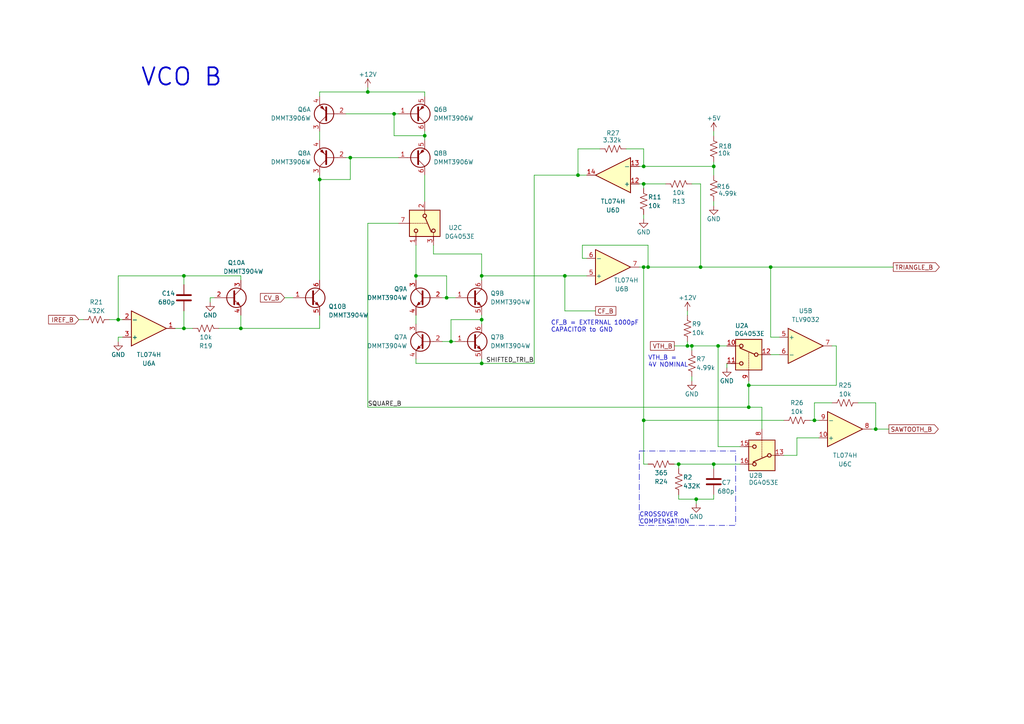
<source format=kicad_sch>
(kicad_sch (version 20231120) (generator "eeschema") (generator_version "8.0")
  (paper "A4")
  (title_block (title "3374 VCO") (date "2024-12-12") (rev "1") (company "Alan Boguslawski"))
  (lib_symbols
    (symbol "Amplifier_Operational:TL074" (pin_names (offset 0.127))
      (property "Reference" "U" (at 0 5.08 0))
      (property "Value" "TL074" (at 0 -5.08 0))
      (symbol "TL074_1_1"
        (polyline (pts (xy -5.08 5.08) (xy 5.08 0) (xy -5.08 -5.08) (xy -5.08 5.08)) (stroke (width 0.254)) (fill (type background)))
        (pin output line (at 7.62 0 180) (length 2.54) (name "~") (number "1"))
        (pin input line (at -7.62 -2.54 0) (length 2.54) (name "-") (number "2"))
        (pin input line (at -7.62 2.54 0) (length 2.54) (name "+") (number "3"))
      )
      (symbol "TL074_2_1"
        (polyline (pts (xy -5.08 5.08) (xy 5.08 0) (xy -5.08 -5.08) (xy -5.08 5.08)) (stroke (width 0.254)) (fill (type background)))
        (pin input line (at -7.62 2.54 0) (length 2.54) (name "+") (number "5"))
        (pin input line (at -7.62 -2.54 0) (length 2.54) (name "-") (number "6"))
        (pin output line (at 7.62 0 180) (length 2.54) (name "~") (number "7"))
      )
      (symbol "TL074_3_1"
        (polyline (pts (xy -5.08 5.08) (xy 5.08 0) (xy -5.08 -5.08) (xy -5.08 5.08)) (stroke (width 0.254)) (fill (type background)))
        (pin input line (at -7.62 2.54 0) (length 2.54) (name "+") (number "10"))
        (pin output line (at 7.62 0 180) (length 2.54) (name "~") (number "8"))
        (pin input line (at -7.62 -2.54 0) (length 2.54) (name "-") (number "9"))
      )
      (symbol "TL074_4_1"
        (polyline (pts (xy -5.08 5.08) (xy 5.08 0) (xy -5.08 -5.08) (xy -5.08 5.08)) (stroke (width 0.254)) (fill (type background)))
        (pin input line (at -7.62 2.54 0) (length 2.54) (name "+") (number "12"))
        (pin input line (at -7.62 -2.54 0) (length 2.54) (name "-") (number "13"))
        (pin output line (at 7.62 0 180) (length 2.54) (name "~") (number "14"))
      )
      (symbol "TL074_5_1"
        (pin power_in line (at -2.54 -7.62 90) (length 3.81) (name "V-") (number "11"))
        (pin power_in line (at -2.54 7.62 270) (length 3.81) (name "V+") (number "4"))
      )
    )
    (symbol "Amplifier_Operational:TLV9062xDSG" (pin_names (offset 0.127))
      (property "Reference" "U" (at 2.54 6.35 0))
      (property "Value" "TLV9062xDSG" (at 2.54 3.81 0))
      (symbol "TLV9062xDSG_1_1"
        (polyline (pts (xy -5.08 5.08) (xy 5.08 0) (xy -5.08 -5.08) (xy -5.08 5.08)) (stroke (width 0.254)) (fill (type background)))
        (pin output line (at 7.62 0 180) (length 2.54) (name "~") (number "1"))
        (pin input line (at -7.62 -2.54 0) (length 2.54) (name "-") (number "2"))
        (pin input line (at -7.62 2.54 0) (length 2.54) (name "+") (number "3"))
      )
      (symbol "TLV9062xDSG_2_1"
        (polyline (pts (xy -5.08 5.08) (xy 5.08 0) (xy -5.08 -5.08) (xy -5.08 5.08)) (stroke (width 0.254)) (fill (type background)))
        (pin input line (at -7.62 2.54 0) (length 2.54) (name "+") (number "5"))
        (pin input line (at -7.62 -2.54 0) (length 2.54) (name "-") (number "6"))
        (pin output line (at 7.62 0 180) (length 2.54) (name "~") (number "7"))
      )
      (symbol "TLV9062xDSG_3_1"
        (pin power_in line (at -2.54 -7.62 90) (length 3.81) (name "V-") (number "4"))
        (pin power_in line (at -2.54 7.62 270) (length 3.81) (name "V+") (number "8"))
        (pin power_in line (at 0 -7.62 90) (length 5.08) (name "PAD") (number "9"))
      )
    )
    (symbol "DG4053E:DG4053E"
      (property "Reference" "U1" (at 12.7 3.81 0))
      (property "Value" "DG4053E" (at 13.97 1.27 0))
      (symbol "DG4053E_1_0"
        (pin bidirectional line (at 6.35 2.54 180) (length 2.54) (name "") (number "10"))
        (pin bidirectional line (at 6.35 -2.54 180) (length 2.54) (name "") (number "11"))
        (pin bidirectional line (at -6.35 0 0) (length 2.54) (name "") (number "12"))
        (pin input line (at 0 -7.62 90) (length 2.54) (name "") (number "9"))
      )
      (symbol "DG4053E_1_1"
        (rectangle (start -3.81 4.445) (end 3.81 -4.445) (stroke (width 0.254)) (fill (type background)))
        (circle (center -2.159 0) (radius 0.508) (stroke (width 0.254)))
        (polyline (pts (xy -5.08 0) (xy -2.794 0)))
        (polyline (pts (xy -1.651 0.127) (xy 2.54 1.905)) (stroke (width 0.254)))
        (polyline (pts (xy 0 -5.08) (xy 0 -4.572)))
        (polyline (pts (xy 0 -4.318) (xy 0 -4.064)))
        (polyline (pts (xy 0 -3.81) (xy 0 -3.556)))
        (polyline (pts (xy 0 -3.302) (xy 0 -3.048)))
        (polyline (pts (xy 0 -2.794) (xy 0 -2.54)))
        (polyline (pts (xy 0 -2.286) (xy 0 -2.032)))
        (polyline (pts (xy 0 -1.778) (xy 0 -1.524)))
        (polyline (pts (xy 0 -1.27) (xy 0 -1.016)))
        (polyline (pts (xy 0 -0.762) (xy 0 -0.508)))
        (polyline (pts (xy 0 -0.254) (xy 0 0)))
        (polyline (pts (xy 0 0.254) (xy 0 0.508)))
        (polyline (pts (xy 0 0.254) (xy 0 0.508)))
        (polyline (pts (xy 5.08 -2.54) (xy 2.794 -2.54)))
        (polyline (pts (xy 5.08 2.54) (xy 2.794 2.54)))
        (circle (center 2.159 -2.54) (radius 0.508) (stroke (width 0.254)))
        (circle (center 2.159 2.54) (radius 0.508) (stroke (width 0.254)))
      )
      (symbol "DG4053E_2_0"
        (pin bidirectional line (at -6.35 0 0) (length 2.54) (name "") (number "13"))
        (pin bidirectional line (at 6.35 -2.54 180) (length 2.54) (name "") (number "15"))
        (pin bidirectional line (at 6.35 2.54 180) (length 2.54) (name "") (number "16"))
        (pin input line (at 0 -7.62 90) (length 2.54) (name "") (number "8"))
      )
      (symbol "DG4053E_2_1"
        (rectangle (start -3.81 4.445) (end 3.81 -4.445) (stroke (width 0.254)) (fill (type background)))
        (circle (center -2.159 0) (radius 0.508) (stroke (width 0.254)))
        (polyline (pts (xy -5.08 0) (xy -2.794 0)))
        (polyline (pts (xy -1.651 0.127) (xy 2.54 1.905)) (stroke (width 0.254)))
        (polyline (pts (xy 0 -5.08) (xy 0 -4.572)))
        (polyline (pts (xy 0 -4.318) (xy 0 -4.064)))
        (polyline (pts (xy 0 -3.81) (xy 0 -3.556)))
        (polyline (pts (xy 0 -3.302) (xy 0 -3.048)))
        (polyline (pts (xy 0 -2.794) (xy 0 -2.54)))
        (polyline (pts (xy 0 -2.286) (xy 0 -2.032)))
        (polyline (pts (xy 0 -1.778) (xy 0 -1.524)))
        (polyline (pts (xy 0 -1.27) (xy 0 -1.016)))
        (polyline (pts (xy 0 -0.762) (xy 0 -0.508)))
        (polyline (pts (xy 0 -0.254) (xy 0 0)))
        (polyline (pts (xy 0 0.254) (xy 0 0.508)))
        (polyline (pts (xy 0 0.254) (xy 0 0.508)))
        (polyline (pts (xy 5.08 -2.54) (xy 2.794 -2.54)))
        (polyline (pts (xy 5.08 2.54) (xy 2.794 2.54)))
        (circle (center 2.159 -2.54) (radius 0.508) (stroke (width 0.254)))
        (circle (center 2.159 2.54) (radius 0.508) (stroke (width 0.254)))
      )
      (symbol "DG4053E_3_0"
        (pin bidirectional line (at 6.35 -2.54 180) (length 2.54) (name "") (number "1"))
        (pin bidirectional line (at -6.35 0 0) (length 2.54) (name "") (number "2"))
        (pin bidirectional line (at 6.35 2.54 180) (length 2.54) (name "") (number "3"))
        (pin input line (at 0 -7.62 90) (length 2.54) (name "") (number "7"))
      )
      (symbol "DG4053E_3_1"
        (rectangle (start -3.81 4.445) (end 3.81 -4.445) (stroke (width 0.254)) (fill (type background)))
        (circle (center -2.159 0) (radius 0.508) (stroke (width 0.254)))
        (polyline (pts (xy -5.08 0) (xy -2.794 0)))
        (polyline (pts (xy -1.651 0.127) (xy 2.54 1.905)) (stroke (width 0.254)))
        (polyline (pts (xy 0 -5.08) (xy 0 -4.572)))
        (polyline (pts (xy 0 -4.318) (xy 0 -4.064)))
        (polyline (pts (xy 0 -3.81) (xy 0 -3.556)))
        (polyline (pts (xy 0 -3.302) (xy 0 -3.048)))
        (polyline (pts (xy 0 -2.794) (xy 0 -2.54)))
        (polyline (pts (xy 0 -2.286) (xy 0 -2.032)))
        (polyline (pts (xy 0 -1.778) (xy 0 -1.524)))
        (polyline (pts (xy 0 -1.27) (xy 0 -1.016)))
        (polyline (pts (xy 0 -0.762) (xy 0 -0.508)))
        (polyline (pts (xy 0 -0.254) (xy 0 0)))
        (polyline (pts (xy 0 0.254) (xy 0 0.508)))
        (polyline (pts (xy 0 0.254) (xy 0 0.508)))
        (polyline (pts (xy 5.08 -2.54) (xy 2.794 -2.54)))
        (polyline (pts (xy 5.08 2.54) (xy 2.794 2.54)))
        (circle (center 2.159 -2.54) (radius 0.508) (stroke (width 0.254)))
        (circle (center 2.159 2.54) (radius 0.508) (stroke (width 0.254)))
      )
      (symbol "DG4053E_4_0"
        (pin power_in line (at 0 7.62 270) (length 2.54) (name "V+") (number "14"))
        (pin input line (at -7.62 0 0) (length 2.54) (name "/EN") (number "4"))
        (pin power_in line (at -2.54 -7.62 90) (length 2.54) (name "V-") (number "5"))
        (pin power_in line (at 5.08 -7.62 90) (length 2.54) (name "GND") (number "6"))
      )
      (symbol "DG4053E_4_1"
        (rectangle (start -5.08 5.08) (end 7.62 -5.08) (stroke (width 0.254)) (fill (type background)))
      )
    )
    (symbol "DMMT3904W:DMMT3904W" (pin_names (offset 0) hide)
      (property "Reference" "Q1" (at -1.27 10.16 0))
      (property "Value" "DMMT3904W" (at -2.54 7.62 0))
      (symbol "DMMT3904W_0_1"
        (polyline (pts (xy 0.635 0) (xy -2.54 0)))
        (polyline (pts (xy 0.635 0.635) (xy 2.54 2.54)))
        (polyline (pts (xy 0.635 -0.635) (xy 2.54 -2.54) (xy 2.54 -2.54)))
        (polyline (pts (xy 0.635 1.905) (xy 0.635 -1.905) (xy 0.635 -1.905)) (stroke (width 0.508)))
        (polyline (pts (xy 1.27 -1.778) (xy 1.778 -1.27) (xy 2.286 -2.286) (xy 1.27 -1.778) (xy 1.27 -1.778)) (fill (type outline)))
        (circle (center 1.27 0) (radius 2.8194) (stroke (width 0.254)))
      )
      (symbol "DMMT3904W_1_1"
        (pin input line (at -5.08 0 0) (length 2.54) (name "B1") (number "2"))
        (pin passive line (at 2.54 5.08 270) (length 2.54) (name "C1") (number "3"))
        (pin passive line (at 2.54 -5.08 90) (length 2.54) (name "E1") (number "4"))
      )
      (symbol "DMMT3904W_2_1"
        (pin input line (at -5.08 0 0) (length 2.54) (name "B2") (number "1"))
        (pin passive line (at 2.54 -5.08 90) (length 2.54) (name "E2") (number "5"))
        (pin passive line (at 2.54 5.08 270) (length 2.54) (name "C2") (number "6"))
      )
    )
    (symbol "DMMT3904W:DMMT3906W" (pin_names (offset 0) hide)
      (property "Reference" "Q2" (at 5.08 -1.27 0))
      (property "Value" "DMMT3906W" (at 5.08 1.27 0))
      (symbol "DMMT3906W_0_1"
        (polyline (pts (xy 0.635 0) (xy -2.54 0)))
        (polyline (pts (xy 0.635 0.635) (xy 2.54 2.54)))
        (polyline (pts (xy 0.635 -0.635) (xy 2.54 -2.54) (xy 2.54 -2.54)))
        (polyline (pts (xy 0.635 1.905) (xy 0.635 -1.905) (xy 0.635 -1.905)) (stroke (width 0.508)))
        (polyline (pts (xy 2.286 -1.778) (xy 1.778 -2.286) (xy 1.27 -1.27) (xy 2.286 -1.778) (xy 2.286 -1.778)) (fill (type outline)))
        (circle (center 1.27 0) (radius 2.8194) (stroke (width 0.254)))
      )
      (symbol "DMMT3906W_1_1"
        (pin input line (at -5.08 0 0) (length 2.54) (name "B1") (number "2"))
        (pin passive line (at 2.54 5.08 270) (length 2.54) (name "C1") (number "3"))
        (pin passive line (at 2.54 -5.08 90) (length 2.54) (name "E1") (number "4"))
      )
      (symbol "DMMT3906W_2_1"
        (pin input line (at -5.08 0 0) (length 2.54) (name "B2") (number "1"))
        (pin passive line (at 2.54 -5.08 90) (length 2.54) (name "E2") (number "5"))
        (pin passive line (at 2.54 5.08 270) (length 2.54) (name "C2") (number "6"))
      )
    )
    (symbol "Device:C" (pin_numbers hide) (pin_names (offset 0.254))
      (property "Reference" "C" (at 0.635 2.54 0))
      (property "Value" "C" (at 0.635 -2.54 0))
      (symbol "C_0_1"
        (polyline (pts (xy -2.032 -0.762) (xy 2.032 -0.762)) (stroke (width 0.508)))
        (polyline (pts (xy -2.032 0.762) (xy 2.032 0.762)) (stroke (width 0.508)))
      )
      (symbol "C_1_1"
        (pin passive line (at 0 3.81 270) (length 2.794) (name "~") (number "1"))
        (pin passive line (at 0 -3.81 90) (length 2.794) (name "~") (number "2"))
      )
    )
    (symbol "Device:R_US" (pin_numbers hide) (pin_names (offset 0))
      (property "Reference" "R" (at 2.54 0 90))
      (property "Value" "R_US" (at -2.54 0 90))
      (symbol "R_US_0_1"
        (polyline (pts (xy 0 -2.286) (xy 0 -2.54)))
        (polyline (pts (xy 0 2.286) (xy 0 2.54)))
        (polyline (pts (xy 0 -0.762) (xy 1.016 -1.143) (xy 0 -1.524) (xy -1.016 -1.905) (xy 0 -2.286)))
        (polyline (pts (xy 0 0.762) (xy 1.016 0.381) (xy 0 0) (xy -1.016 -0.381) (xy 0 -0.762)))
        (polyline (pts (xy 0 2.286) (xy 1.016 1.905) (xy 0 1.524) (xy -1.016 1.143) (xy 0 0.762)))
      )
      (symbol "R_US_1_1"
        (pin passive line (at 0 3.81 270) (length 1.27) (name "~") (number "1"))
        (pin passive line (at 0 -3.81 90) (length 1.27) (name "~") (number "2"))
      )
    )
    (symbol "power:+12V" (power) (pin_names (offset 0))
      (property "Value" "+12V" (at 0 3.556 0))
      (symbol "+12V_0_1"
        (polyline (pts (xy -0.762 1.27) (xy 0 2.54)))
        (polyline (pts (xy 0 0) (xy 0 2.54)))
        (polyline (pts (xy 0 2.54) (xy 0.762 1.27)))
      )
      (symbol "+12V_1_1"
        (pin power_in line (at 0 0 90) (length 0) hide (name "+12V") (number "1"))
      )
    )
    (symbol "power:+5V" (power) (pin_names (offset 0))
      (property "Value" "+5V" (at 0 3.556 0))
      (symbol "+5V_0_1"
        (polyline (pts (xy -0.762 1.27) (xy 0 2.54)))
        (polyline (pts (xy 0 0) (xy 0 2.54)))
        (polyline (pts (xy 0 2.54) (xy 0.762 1.27)))
      )
      (symbol "+5V_1_1"
        (pin power_in line (at 0 0 90) (length 0) hide (name "+5V") (number "1"))
      )
    )
    (symbol "power:GND" (power) (pin_names (offset 0))
      (property "Value" "GND" (at 0 -3.81 0))
      (symbol "GND_0_1"
        (polyline (pts (xy 0 0) (xy 0 -1.27) (xy 1.27 -1.27) (xy 0 -2.54) (xy -1.27 -1.27) (xy 0 -1.27)))
      )
      (symbol "GND_1_1"
        (pin power_in line (at 0 0 270) (length 0) hide (name "GND") (number "1"))
      )
    )
  )
  (junction (at 123.19 39.37))
  (junction (at 92.71 52.07))
  (junction (at 200.66 100.33))
  (junction (at 120.65 80.01))
  (junction (at 129.54 86.36))
  (junction (at 139.7 92.71))
  (junction (at 186.69 48.26))
  (junction (at 223.52 77.47))
  (junction (at 186.69 53.34))
  (junction (at 53.34 80.01))
  (junction (at 139.7 80.01))
  (junction (at 114.3 33.02))
  (junction (at 106.68 26.67))
  (junction (at 163.83 80.01))
  (junction (at 207.01 48.26))
  (junction (at 101.6 45.72))
  (junction (at 217.17 118.11))
  (junction (at 207.01 134.62))
  (junction (at 201.93 144.78))
  (junction (at 167.64 50.8))
  (junction (at 208.28 100.33))
  (junction (at 199.39 100.33))
  (junction (at 139.7 105.41))
  (junction (at 236.22 121.92))
  (junction (at 187.96 77.47))
  (junction (at 186.69 121.92))
  (junction (at 186.69 77.47))
  (junction (at 130.81 99.06))
  (junction (at 53.34 95.25))
  (junction (at 254 124.46))
  (junction (at 69.85 95.25))
  (junction (at 203.2 77.47))
  (junction (at 34.29 92.71))
  (junction (at 196.85 134.62))
  (junction (at 217.17 111.76))
  (wire (pts (xy 31.75 92.71) (xy 34.29 92.71)))
  (wire (pts (xy 106.68 25.4) (xy 106.68 26.67)))
  (wire (pts (xy 60.96 86.36) (xy 60.96 87.63)))
  (wire (pts (xy 223.52 97.79) (xy 223.52 77.47)))
  (wire (pts (xy 139.7 73.66) (xy 139.7 80.01)))
  (wire (pts (xy 53.34 80.01) (xy 53.34 82.55)))
  (wire (pts (xy 92.71 26.67) (xy 106.68 26.67)))
  (wire (pts (xy 186.69 48.26) (xy 207.01 48.26)))
  (wire (pts (xy 129.54 86.36) (xy 132.08 86.36)))
  (wire (pts (xy 207.01 134.62) (xy 214.63 134.62)))
  (wire (pts (xy 208.28 129.54) (xy 214.63 129.54)))
  (wire (pts (xy 242.57 111.76) (xy 217.17 111.76)))
  (wire (pts (xy 210.82 105.41) (xy 210.82 106.68)))
  (wire (pts (xy 187.96 77.47) (xy 187.96 71.12)))
  (wire (pts (xy 199.39 99.06) (xy 199.39 100.33)))
  (wire (pts (xy 186.69 134.62) (xy 187.96 134.62)))
  (wire (pts (xy 195.58 134.62) (xy 196.85 134.62)))
  (wire (pts (xy 22.86 92.71) (xy 24.13 92.71)))
  (wire (pts (xy 196.85 134.62) (xy 207.01 134.62)))
  (wire (pts (xy 120.65 80.01) (xy 120.65 81.28)))
  (wire (pts (xy 203.2 53.34) (xy 203.2 77.47)))
  (wire (pts (xy 227.33 132.08) (xy 231.14 132.08)))
  (wire (pts (xy 69.85 81.28) (xy 69.85 80.01)))
  (wire (pts (xy 163.83 80.01) (xy 170.18 80.01)))
  (wire (pts (xy 92.71 50.8) (xy 92.71 52.07)))
  (wire (pts (xy 69.85 91.44) (xy 69.85 95.25)))
  (wire (pts (xy 101.6 45.72) (xy 101.6 52.07)))
  (wire (pts (xy 236.22 121.92) (xy 237.49 121.92)))
  (wire (pts (xy 217.17 111.76) (xy 217.17 118.11)))
  (wire (pts (xy 185.42 77.47) (xy 186.69 77.47)))
  (wire (pts (xy 186.69 48.26) (xy 186.69 43.18)))
  (wire (pts (xy 34.29 80.01) (xy 53.34 80.01)))
  (wire (pts (xy 208.28 100.33) (xy 208.28 129.54)))
  (wire (pts (xy 100.33 45.72) (xy 101.6 45.72)))
  (wire (pts (xy 201.93 144.78) (xy 207.01 144.78)))
  (wire (pts (xy 34.29 99.06) (xy 34.29 97.79)))
  (wire (pts (xy 53.34 90.17) (xy 53.34 95.25)))
  (wire (pts (xy 207.01 58.42) (xy 207.01 59.69)))
  (wire (pts (xy 125.73 73.66) (xy 139.7 73.66)))
  (wire (pts (xy 254 124.46) (xy 252.73 124.46)))
  (wire (pts (xy 53.34 95.25) (xy 55.88 95.25)))
  (wire (pts (xy 106.68 64.77) (xy 106.68 118.11)))
  (wire (pts (xy 82.55 86.36) (xy 85.09 86.36)))
  (wire (pts (xy 196.85 144.78) (xy 201.93 144.78)))
  (wire (pts (xy 203.2 77.47) (xy 223.52 77.47)))
  (wire (pts (xy 120.65 105.41) (xy 139.7 105.41)))
  (wire (pts (xy 106.68 26.67) (xy 123.19 26.67)))
  (wire (pts (xy 226.06 97.79) (xy 223.52 97.79)))
  (wire (pts (xy 168.91 74.93) (xy 170.18 74.93)))
  (wire (pts (xy 241.3 100.33) (xy 242.57 100.33)))
  (wire (pts (xy 125.73 71.12) (xy 125.73 73.66)))
  (wire (pts (xy 139.7 80.01) (xy 163.83 80.01)))
  (wire (pts (xy 34.29 97.79) (xy 35.56 97.79)))
  (wire (pts (xy 139.7 91.44) (xy 139.7 92.71)))
  (wire (pts (xy 163.83 90.17) (xy 172.72 90.17)))
  (wire (pts (xy 120.65 71.12) (xy 120.65 80.01)))
  (wire (pts (xy 234.95 121.92) (xy 236.22 121.92)))
  (wire (pts (xy 100.33 33.02) (xy 114.3 33.02)))
  (wire (pts (xy 50.8 95.25) (xy 53.34 95.25)))
  (wire (pts (xy 101.6 45.72) (xy 115.57 45.72)))
  (wire (pts (xy 123.19 38.1) (xy 123.19 39.37)))
  (wire (pts (xy 199.39 100.33) (xy 200.66 100.33)))
  (wire (pts (xy 123.19 26.67) (xy 123.19 27.94)))
  (wire (pts (xy 200.66 100.33) (xy 200.66 101.6)))
  (wire (pts (xy 207.01 144.78) (xy 207.01 143.51)))
  (wire (pts (xy 186.69 53.34) (xy 193.04 53.34)))
  (wire (pts (xy 186.69 77.47) (xy 187.96 77.47)))
  (wire (pts (xy 196.85 143.51) (xy 196.85 144.78)))
  (wire (pts (xy 201.93 144.78) (xy 201.93 146.05)))
  (wire (pts (xy 167.64 43.18) (xy 173.99 43.18)))
  (wire (pts (xy 207.01 134.62) (xy 207.01 135.89)))
  (wire (pts (xy 217.17 110.49) (xy 217.17 111.76)))
  (wire (pts (xy 154.94 50.8) (xy 154.94 105.41)))
  (wire (pts (xy 62.23 86.36) (xy 60.96 86.36)))
  (wire (pts (xy 207.01 48.26) (xy 207.01 50.8)))
  (wire (pts (xy 207.01 38.1) (xy 207.01 39.37)))
  (wire (pts (xy 195.58 100.33) (xy 199.39 100.33)))
  (wire (pts (xy 114.3 39.37) (xy 114.3 33.02)))
  (wire (pts (xy 200.66 53.34) (xy 203.2 53.34)))
  (wire (pts (xy 123.19 50.8) (xy 123.19 58.42)))
  (wire (pts (xy 248.92 116.84) (xy 254 116.84)))
  (wire (pts (xy 130.81 99.06) (xy 130.81 92.71)))
  (wire (pts (xy 92.71 38.1) (xy 92.71 40.64)))
  (wire (pts (xy 236.22 116.84) (xy 236.22 121.92)))
  (wire (pts (xy 69.85 95.25) (xy 63.5 95.25)))
  (wire (pts (xy 242.57 100.33) (xy 242.57 111.76)))
  (wire (pts (xy 139.7 105.41) (xy 139.7 104.14)))
  (wire (pts (xy 92.71 91.44) (xy 92.71 95.25)))
  (wire (pts (xy 186.69 62.23) (xy 186.69 63.5)))
  (wire (pts (xy 208.28 100.33) (xy 210.82 100.33)))
  (wire (pts (xy 185.42 53.34) (xy 186.69 53.34)))
  (wire (pts (xy 163.83 80.01) (xy 163.83 90.17)))
  (wire (pts (xy 199.39 90.17) (xy 199.39 91.44)))
  (wire (pts (xy 92.71 52.07) (xy 92.71 81.28)))
  (wire (pts (xy 167.64 50.8) (xy 170.18 50.8)))
  (wire (pts (xy 186.69 121.92) (xy 186.69 134.62)))
  (wire (pts (xy 120.65 80.01) (xy 129.54 80.01)))
  (wire (pts (xy 254 116.84) (xy 254 124.46)))
  (wire (pts (xy 254 124.46) (xy 257.81 124.46)))
  (wire (pts (xy 167.64 43.18) (xy 167.64 50.8)))
  (wire (pts (xy 139.7 92.71) (xy 139.7 93.98)))
  (wire (pts (xy 186.69 53.34) (xy 186.69 54.61)))
  (wire (pts (xy 237.49 127) (xy 231.14 127)))
  (wire (pts (xy 123.19 39.37) (xy 114.3 39.37)))
  (wire (pts (xy 220.98 118.11) (xy 220.98 124.46)))
  (wire (pts (xy 187.96 71.12) (xy 168.91 71.12)))
  (wire (pts (xy 101.6 52.07) (xy 92.71 52.07)))
  (wire (pts (xy 130.81 92.71) (xy 139.7 92.71)))
  (wire (pts (xy 114.3 33.02) (xy 115.57 33.02)))
  (wire (pts (xy 92.71 95.25) (xy 69.85 95.25)))
  (wire (pts (xy 186.69 77.47) (xy 186.69 121.92)))
  (wire (pts (xy 220.98 118.11) (xy 217.17 118.11)))
  (wire (pts (xy 128.27 86.36) (xy 129.54 86.36)))
  (wire (pts (xy 139.7 80.01) (xy 139.7 81.28)))
  (wire (pts (xy 207.01 46.99) (xy 207.01 48.26)))
  (wire (pts (xy 223.52 77.47) (xy 259.08 77.47)))
  (wire (pts (xy 187.96 77.47) (xy 203.2 77.47)))
  (wire (pts (xy 34.29 92.71) (xy 35.56 92.71)))
  (wire (pts (xy 231.14 127) (xy 231.14 132.08)))
  (wire (pts (xy 223.52 102.87) (xy 226.06 102.87)))
  (wire (pts (xy 106.68 64.77) (xy 115.57 64.77)))
  (wire (pts (xy 123.19 39.37) (xy 123.19 40.64)))
  (wire (pts (xy 120.65 91.44) (xy 120.65 93.98)))
  (wire (pts (xy 241.3 116.84) (xy 236.22 116.84)))
  (wire (pts (xy 106.68 118.11) (xy 217.17 118.11)))
  (wire (pts (xy 227.33 121.92) (xy 186.69 121.92)))
  (wire (pts (xy 34.29 80.01) (xy 34.29 92.71)))
  (wire (pts (xy 129.54 86.36) (xy 129.54 80.01)))
  (wire (pts (xy 168.91 71.12) (xy 168.91 74.93)))
  (wire (pts (xy 92.71 26.67) (xy 92.71 27.94)))
  (wire (pts (xy 53.34 80.01) (xy 69.85 80.01)))
  (wire (pts (xy 181.61 43.18) (xy 186.69 43.18)))
  (wire (pts (xy 154.94 50.8) (xy 167.64 50.8)))
  (wire (pts (xy 200.66 109.22) (xy 200.66 110.49)))
  (wire (pts (xy 200.66 100.33) (xy 208.28 100.33)))
  (wire (pts (xy 196.85 134.62) (xy 196.85 135.89)))
  (wire (pts (xy 185.42 48.26) (xy 186.69 48.26)))
  (wire (pts (xy 130.81 99.06) (xy 132.08 99.06)))
  (wire (pts (xy 139.7 105.41) (xy 154.94 105.41)))
  (wire (pts (xy 120.65 104.14) (xy 120.65 105.41)))
  (wire (pts (xy 128.27 99.06) (xy 130.81 99.06)))
  (rectangle (start 185.42 130.81) (end 213.36 152.4) (stroke (width 0) (type dash_dot)))
  (text "CROSSOVER\nCOMPENSATION" (at 185.42 152.146 0) (effects (font (size 1.27 1.27)) (justify left bottom)))
  (text "VCO B" (at 40.64 25.4 0) (effects (font (size 5 5) (thickness 0.508) (bold yes)) (justify left bottom)))
  (text "VTH_B =\n4V NOMINAL" (at 187.96 106.68 0) (effects (font (size 1.27 1.27)) (justify left bottom)))
  (text "CF_B = EXTERNAL 1000pF\nCAPACITOR to GND" (at 159.766 96.52 0) (effects (font (size 1.27 1.27)) (justify left bottom)))
  (label "SQUARE_B" (at 106.68 118.11 0))
  (label "SHIFTED_TRI_B" (at 140.97 105.41 0))
  (global_label "CF_B" (shape passive) (at 172.72 90.17 0) (property "Intersheetrefs" "${INTERSHEET_REFS}" (effects (hide yes))))
  (global_label "TRIANGLE_B" (shape output) (at 259.08 77.47 0) (property "Intersheetrefs" "${INTERSHEET_REFS}" (effects (hide yes))))
  (global_label "SAWTOOTH_B" (shape output) (at 257.81 124.46 0) (property "Intersheetrefs" "${INTERSHEET_REFS}" (effects (hide yes))))
  (global_label "IREF_B" (shape input) (at 22.86 92.71 180) (property "Intersheetrefs" "${INTERSHEET_REFS}" (effects (hide yes))))
  (global_label "CV_B" (shape input) (at 82.55 86.36 180) (property "Intersheetrefs" "${INTERSHEET_REFS}" (effects (hide yes))))
  (global_label "VTH_B" (shape passive) (at 195.58 100.33 180) (property "Intersheetrefs" "${INTERSHEET_REFS}" (effects (hide yes))))
  (symbol (lib_id "DMMT3904W:DMMT3904W") (at 90.17 86.36 0) (unit 2)
    (property "Reference" "Q10" (at 95.25 88.9 0) (effects (justify left)))
    (property "Value" "DMMT3904W" (at 95.25 91.44 0) (effects (justify left)))
    (property "Footprint" "Package_TO_SOT_SMD:SOT-363_SC-70-6" (effects (hide yes)))
    (property "Datasheet" "https://www.diodes.com/assets/Datasheets/DMMT3904W.pdf" (effects (hide yes)))
    (property "Description" "Transistor, Dual Matched NPN" (effects (hide yes)))
    (property "Mfg" "Diodes Inc" (effects (hide yes)))
    (property "Mfg PN" "DMMT3904W-7-F" (effects (hide yes)))
    (property "Package" "SC-88" (effects (hide yes)))
    (property "Type" "SMD" (effects (hide yes)))
    (property "Distributor" "LCSC" (effects (hide yes)))
    (property "Distributor PN" "C155305" (effects (hide yes)))
    (property "Substitute part okay?" "No" (effects (hide yes)))
  )
  (symbol (lib_id "power:+5V") (at 207.01 38.1 0) (unit 1)
    (property "Reference" "#PWR038" (effects (hide yes)))
    (property "Value" "+5V" (at 207.01 34.29 0))
  )
  (symbol (lib_id "DG4053E:DG4053E") (at 220.98 132.08 180) (unit 2)
    (property "Reference" "U2" (at 219.202 137.922 0))
    (property "Value" "DG4053E" (at 221.488 139.954 0))
    (property "Footprint" "footprints:QFN_EEN-T1-GE4_VIS" (effects (hide yes)))
    (property "Datasheet" "https://www.vishay.com/docs/69685/dg4051e.pdf" (effects (hide yes)))
    (property "Description" "Triple SPDT CMOS Analog Switch" (effects (hide yes)))
    (property "Mfg" "Vishay" (effects (hide yes)))
    (property "Mfg PN" "DG4053EEN-T1-GE4" (effects (hide yes)))
    (property "Package" "16-miniQFN" (effects (hide yes)))
    (property "Type" "SMD" (effects (hide yes)))
    (property "Distributor" "Mouser" (effects (hide yes)))
    (property "Distributor PN" "78-DG4053EEN-T1-GE4" (effects (hide yes)))
    (property "Substitute part okay?" "No" (effects (hide yes)))
  )
  (symbol (lib_id "Amplifier_Operational:TL074") (at 43.18 95.25 0) (mirror x) (unit 1)
    (property "Reference" "U6" (at 43.18 105.41 0))
    (property "Value" "TL074H" (at 43.18 102.87 0))
    (property "Footprint" "footprints:SOT23_DYY_TEX-L" (effects (hide yes)))
    (property "Datasheet" "http://www.ti.com/lit/ds/symlink/tl071.pdf" (effects (hide yes)))
    (property "Description" "IC, Quad Op Amp" (effects (hide yes)))
    (property "Mfg" "Texas Instruments" (effects (hide yes)))
    (property "Mfg PN" "TL074HIDYYR" (effects (hide yes)))
    (property "Package" "14-SOT-23-THIN" (effects (hide yes)))
    (property "Type" "SMD" (effects (hide yes)))
    (property "Distributor" "Mouser" (effects (hide yes)))
    (property "Distributor PN" "595-TL074HIDYYR" (effects (hide yes)))
    (property "Substitute part okay?" "No" (effects (hide yes)))
  )
  (symbol (lib_id "DMMT3904W:DMMT3906W") (at 120.65 33.02 0) (mirror x) (unit 2)
    (property "Reference" "Q6" (at 125.73 31.75 0) (effects (justify left)))
    (property "Value" "DMMT3906W" (at 125.73 34.29 0) (effects (justify left)))
    (property "Footprint" "Package_TO_SOT_SMD:SOT-363_SC-70-6" (effects (hide yes)))
    (property "Datasheet" "https://www.diodes.com/assets/Datasheets/ds30312.pdf" (effects (hide yes)))
    (property "Description" "Transistor, Dual Matched PNP" (effects (hide yes)))
    (property "Mfg" "Diodes Inc" (effects (hide yes)))
    (property "Mfg PN" "DMMT3906W-7-F" (effects (hide yes)))
    (property "Package" "SC-88" (effects (hide yes)))
    (property "Type" "SMD" (effects (hide yes)))
    (property "Distributor" "LCSC" (effects (hide yes)))
    (property "Distributor PN" "C151567" (effects (hide yes)))
    (property "Substitute part okay?" "No" (effects (hide yes)))
  )
  (symbol (lib_id "power:GND") (at 186.69 63.5 0) (unit 1)
    (property "Reference" "#PWR034" (effects (hide yes)))
    (property "Value" "GND" (at 186.69 67.31 0))
  )
  (symbol (lib_id "Device:R_US") (at 177.8 43.18 90) (mirror x) (unit 1)
    (property "Reference" "R27" (at 177.8 38.608 90))
    (property "Value" "3.32k" (at 177.546 40.64 90))
    (property "Footprint" "Resistor_SMD:R_0201_0603Metric" (effects (hide yes)))
    (property "Description" "Resistor, 3.32k Ohm, 1%, 0.05W" (effects (hide yes)))
    (property "Package" "0201" (effects (hide yes)))
    (property "Rating" "0.05W" (effects (hide yes)))
    (property "Tolerance" "1%" (effects (hide yes)))
    (property "Type" "SMD" (effects (hide yes)))
    (property "Distributor" "LCSC" (effects (hide yes)))
    (property "Distributor PN" "C474121" (effects (hide yes)))
    (property "Substitute part okay?" "Yes" (effects (hide yes)))
    (property "Mfg" "Uniroyal" (effects (hide yes)))
    (property "Mfg PN" "0201WMF3321TEE" (effects (hide yes)))
  )
  (symbol (lib_id "power:GND") (at 201.93 146.05 0) (unit 1)
    (property "Reference" "#PWR037" (effects (hide yes)))
    (property "Value" "GND" (at 201.93 149.86 0))
  )
  (symbol (lib_id "power:GND") (at 200.66 110.49 0) (unit 1)
    (property "Reference" "#PWR036" (effects (hide yes)))
    (property "Value" "GND" (at 200.66 114.3 0))
  )
  (symbol (lib_id "Device:R_US") (at 186.69 58.42 0) (unit 1)
    (property "Reference" "R11" (at 187.96 57.15 0) (effects (justify left)))
    (property "Value" "10k" (at 187.96 59.69 0) (effects (justify left)))
    (property "Footprint" "Resistor_SMD:R_0201_0603Metric" (effects (hide yes)))
    (property "Description" "Resistor, 10k Ohm, 1%, 0.05W" (effects (hide yes)))
    (property "Package" "0201" (effects (hide yes)))
    (property "Rating" "0.05W" (effects (hide yes)))
    (property "Tolerance" "1%" (effects (hide yes)))
    (property "Type" "SMD" (effects (hide yes)))
    (property "Distributor" "LCSC" (effects (hide yes)))
    (property "Distributor PN" "C473048" (effects (hide yes)))
    (property "Substitute part okay?" "Yes" (effects (hide yes)))
    (property "Mfg" "Uniroyal" (effects (hide yes)))
    (property "Mfg PN" "0201WMF1002TEE" (effects (hide yes)))
  )
  (symbol (lib_id "DMMT3904W:DMMT3904W") (at 137.16 99.06 0) (unit 2)
    (property "Reference" "Q7" (at 142.24 97.79 0) (effects (justify left)))
    (property "Value" "DMMT3904W" (at 142.24 100.33 0) (effects (justify left)))
    (property "Footprint" "Package_TO_SOT_SMD:SOT-363_SC-70-6" (effects (hide yes)))
    (property "Datasheet" "https://www.diodes.com/assets/Datasheets/DMMT3904W.pdf" (effects (hide yes)))
    (property "Description" "Transistor, Dual Matched NPN" (effects (hide yes)))
    (property "Mfg" "Diodes Inc" (effects (hide yes)))
    (property "Mfg PN" "DMMT3904W-7-F" (effects (hide yes)))
    (property "Package" "SC-88" (effects (hide yes)))
    (property "Type" "SMD" (effects (hide yes)))
    (property "Distributor" "LCSC" (effects (hide yes)))
    (property "Distributor PN" "C155305" (effects (hide yes)))
    (property "Substitute part okay?" "No" (effects (hide yes)))
  )
  (symbol (lib_id "Device:R_US") (at 27.94 92.71 90) (unit 1)
    (property "Reference" "R21" (at 27.94 87.63 90))
    (property "Value" "432K" (at 27.94 90.17 90))
    (property "Footprint" "Resistor_SMD:R_0201_0603Metric" (effects (hide yes)))
    (property "Description" "Resistor, 432k Ohm, 1%, 0.05W" (effects (hide yes)))
    (property "Package" "0201" (effects (hide yes)))
    (property "Rating" "0.05W" (effects (hide yes)))
    (property "Tolerance" "1%" (effects (hide yes)))
    (property "Type" "SMD" (effects (hide yes)))
    (property "Distributor" "LCSC" (effects (hide yes)))
    (property "Distributor PN" "C367623" (effects (hide yes)))
    (property "Substitute part okay?" "Yes" (effects (hide yes)))
    (property "Mfg" "Walsin" (effects (hide yes)))
    (property "Mfg PN" "WR02X4323FAL" (effects (hide yes)))
  )
  (symbol (lib_id "Device:R_US") (at 196.85 139.7 0) (unit 1)
    (property "Reference" "R2" (at 198.12 138.43 0) (effects (justify left)))
    (property "Value" "432K" (at 198.12 140.97 0) (effects (justify left)))
    (property "Footprint" "Resistor_SMD:R_0201_0603Metric" (effects (hide yes)))
    (property "Description" "Resistor, 432k Ohm, 1%, 0.05W" (effects (hide yes)))
    (property "Package" "0201" (effects (hide yes)))
    (property "Rating" "0.05W" (effects (hide yes)))
    (property "Tolerance" "1%" (effects (hide yes)))
    (property "Type" "SMD" (effects (hide yes)))
    (property "Distributor" "LCSC" (effects (hide yes)))
    (property "Distributor PN" "C367623" (effects (hide yes)))
    (property "Substitute part okay?" "Yes" (effects (hide yes)))
    (property "Mfg" "Walsin" (effects (hide yes)))
    (property "Mfg PN" "WR02X4323FAL" (effects (hide yes)))
  )
  (symbol (lib_id "Amplifier_Operational:TLV9062xDSG") (at 233.68 100.33 0) (unit 2)
    (property "Reference" "U5" (at 233.68 90.17 0))
    (property "Value" "TLV9032" (at 233.68 92.71 0))
    (property "Footprint" "Package_SON:WSON-8-1EP_2x2mm_P0.5mm_EP0.9x1.6mm" (effects (hide yes)))
    (property "Datasheet" "https://www.ti.com/lit/ds/symlink/tlv9032.pdf" (effects (hide yes)))
    (property "Description" "IC, Dual Comparator" (effects (hide yes)))
    (property "Mfg" "Texas Instruments" (effects (hide yes)))
    (property "Mfg PN" "TLV9032DSGR" (effects (hide yes)))
    (property "Package" "8-WSON" (effects (hide yes)))
    (property "Type" "SMD" (effects (hide yes)))
    (property "Distributor" "Mouser" (effects (hide yes)))
    (property "Distributor PN" "595-TLV9032DSGR" (effects (hide yes)))
    (property "Substitute part okay?" "No" (effects (hide yes)))
  )
  (symbol (lib_id "Device:R_US") (at 231.14 121.92 90) (unit 1)
    (property "Reference" "R26" (at 231.14 116.84 90))
    (property "Value" "10k" (at 231.14 119.38 90))
    (property "Footprint" "Resistor_SMD:R_0201_0603Metric" (effects (hide yes)))
    (property "Description" "Resistor, 10k Ohm, 1%, 0.05W" (effects (hide yes)))
    (property "Package" "0201" (effects (hide yes)))
    (property "Rating" "0.05W" (effects (hide yes)))
    (property "Tolerance" "1%" (effects (hide yes)))
    (property "Type" "SMD" (effects (hide yes)))
    (property "Distributor" "LCSC" (effects (hide yes)))
    (property "Distributor PN" "C473048" (effects (hide yes)))
    (property "Substitute part okay?" "Yes" (effects (hide yes)))
    (property "Mfg" "Uniroyal" (effects (hide yes)))
    (property "Mfg PN" "0201WMF1002TEE" (effects (hide yes)))
  )
  (symbol (lib_id "DMMT3904W:DMMT3906W") (at 95.25 45.72 180) (unit 1)
    (property "Reference" "Q8" (at 90.17 44.45 0) (effects (justify left)))
    (property "Value" "DMMT3906W" (at 90.17 46.99 0) (effects (justify left)))
    (property "Footprint" "Package_TO_SOT_SMD:SOT-363_SC-70-6" (effects (hide yes)))
    (property "Datasheet" "https://www.diodes.com/assets/Datasheets/ds30312.pdf" (effects (hide yes)))
    (property "Description" "Transistor, Dual Matched PNP" (effects (hide yes)))
    (property "Mfg" "Diodes Inc" (effects (hide yes)))
    (property "Mfg PN" "DMMT3906W-7-F" (effects (hide yes)))
    (property "Package" "SC-88" (effects (hide yes)))
    (property "Type" "SMD" (effects (hide yes)))
    (property "Distributor" "LCSC" (effects (hide yes)))
    (property "Distributor PN" "C151567" (effects (hide yes)))
    (property "Substitute part okay?" "No" (effects (hide yes)))
  )
  (symbol (lib_id "power:GND") (at 34.29 99.06 0) (unit 1)
    (property "Reference" "#PWR031" (effects (hide yes)))
    (property "Value" "GND" (at 34.29 102.87 0))
  )
  (symbol (lib_id "Device:R_US") (at 207.01 43.18 180) (unit 1)
    (property "Reference" "R18" (at 210.312 42.418 0))
    (property "Value" "10k" (at 210.058 44.45 0))
    (property "Footprint" "Resistor_SMD:R_0201_0603Metric" (effects (hide yes)))
    (property "Description" "Resistor, 10k Ohm, 1%, 0.05W" (effects (hide yes)))
    (property "Package" "0201" (effects (hide yes)))
    (property "Rating" "0.05W" (effects (hide yes)))
    (property "Tolerance" "1%" (effects (hide yes)))
    (property "Type" "SMD" (effects (hide yes)))
    (property "Distributor" "LCSC" (effects (hide yes)))
    (property "Distributor PN" "C473048" (effects (hide yes)))
    (property "Substitute part okay?" "Yes" (effects (hide yes)))
    (property "Mfg" "Uniroyal" (effects (hide yes)))
    (property "Mfg PN" "0201WMF1002TEE" (effects (hide yes)))
  )
  (symbol (lib_id "power:+12V") (at 106.68 25.4 0) (unit 1)
    (property "Reference" "#PWR033" (effects (hide yes)))
    (property "Value" "+12V" (at 106.68 21.59 0))
  )
  (symbol (lib_id "DMMT3904W:DMMT3906W") (at 95.25 33.02 180) (unit 1)
    (property "Reference" "Q6" (at 90.17 31.75 0) (effects (justify left)))
    (property "Value" "DMMT3906W" (at 90.17 34.29 0) (effects (justify left)))
    (property "Footprint" "Package_TO_SOT_SMD:SOT-363_SC-70-6" (effects (hide yes)))
    (property "Datasheet" "https://www.diodes.com/assets/Datasheets/ds30312.pdf" (effects (hide yes)))
    (property "Description" "Transistor, Dual Matched PNP" (effects (hide yes)))
    (property "Mfg" "Diodes Inc" (effects (hide yes)))
    (property "Mfg PN" "DMMT3906W-7-F" (effects (hide yes)))
    (property "Package" "SC-88" (effects (hide yes)))
    (property "Type" "SMD" (effects (hide yes)))
    (property "Distributor" "LCSC" (effects (hide yes)))
    (property "Distributor PN" "C151567" (effects (hide yes)))
    (property "Substitute part okay?" "No" (effects (hide yes)))
  )
  (symbol (lib_id "Device:R_US") (at 245.11 116.84 90) (unit 1)
    (property "Reference" "R25" (at 245.11 111.76 90))
    (property "Value" "10k" (at 245.11 114.3 90))
    (property "Footprint" "Resistor_SMD:R_0201_0603Metric" (effects (hide yes)))
    (property "Description" "Resistor, 10k Ohm, 1%, 0.05W" (effects (hide yes)))
    (property "Package" "0201" (effects (hide yes)))
    (property "Rating" "0.05W" (effects (hide yes)))
    (property "Tolerance" "1%" (effects (hide yes)))
    (property "Type" "SMD" (effects (hide yes)))
    (property "Distributor" "LCSC" (effects (hide yes)))
    (property "Distributor PN" "C473048" (effects (hide yes)))
    (property "Substitute part okay?" "Yes" (effects (hide yes)))
    (property "Mfg" "Uniroyal" (effects (hide yes)))
    (property "Mfg PN" "0201WMF1002TEE" (effects (hide yes)))
  )
  (symbol (lib_id "Device:R_US") (at 196.85 53.34 90) (mirror x) (unit 1)
    (property "Reference" "R13" (at 196.85 58.42 90))
    (property "Value" "10k" (at 196.85 55.88 90))
    (property "Footprint" "Resistor_SMD:R_0201_0603Metric" (effects (hide yes)))
    (property "Description" "Resistor, 10k Ohm, 1%, 0.05W" (effects (hide yes)))
    (property "Package" "0201" (effects (hide yes)))
    (property "Rating" "0.05W" (effects (hide yes)))
    (property "Tolerance" "1%" (effects (hide yes)))
    (property "Type" "SMD" (effects (hide yes)))
    (property "Distributor" "LCSC" (effects (hide yes)))
    (property "Distributor PN" "C473048" (effects (hide yes)))
    (property "Substitute part okay?" "Yes" (effects (hide yes)))
    (property "Mfg" "Uniroyal" (effects (hide yes)))
    (property "Mfg PN" "0201WMF1002TEE" (effects (hide yes)))
  )
  (symbol (lib_id "DMMT3904W:DMMT3904W") (at 123.19 86.36 0) (mirror y) (unit 1)
    (property "Reference" "Q9" (at 118.11 83.82 0) (effects (justify left)))
    (property "Value" "DMMT3904W" (at 118.11 86.36 0) (effects (justify left)))
    (property "Footprint" "Package_TO_SOT_SMD:SOT-363_SC-70-6" (effects (hide yes)))
    (property "Datasheet" "https://www.diodes.com/assets/Datasheets/DMMT3904W.pdf" (effects (hide yes)))
    (property "Description" "Transistor, Dual Matched NPN" (effects (hide yes)))
    (property "Mfg" "Diodes Inc" (effects (hide yes)))
    (property "Mfg PN" "DMMT3904W-7-F" (effects (hide yes)))
    (property "Package" "SC-88" (effects (hide yes)))
    (property "Type" "SMD" (effects (hide yes)))
    (property "Distributor" "LCSC" (effects (hide yes)))
    (property "Distributor PN" "C155305" (effects (hide yes)))
    (property "Substitute part okay?" "No" (effects (hide yes)))
  )
  (symbol (lib_id "power:GND") (at 207.01 59.69 0) (unit 1)
    (property "Reference" "#PWR039" (effects (hide yes)))
    (property "Value" "GND" (at 207.01 63.5 0))
  )
  (symbol (lib_id "power:GND") (at 60.96 87.63 0) (unit 1)
    (property "Reference" "#PWR032" (effects (hide yes)))
    (property "Value" "GND" (at 60.96 91.44 0))
  )
  (symbol (lib_id "DMMT3904W:DMMT3904W") (at 137.16 86.36 0) (unit 2)
    (property "Reference" "Q9" (at 142.24 85.09 0) (effects (justify left)))
    (property "Value" "DMMT3904W" (at 142.24 87.63 0) (effects (justify left)))
    (property "Footprint" "Package_TO_SOT_SMD:SOT-363_SC-70-6" (effects (hide yes)))
    (property "Datasheet" "https://www.diodes.com/assets/Datasheets/DMMT3904W.pdf" (effects (hide yes)))
    (property "Description" "Transistor, Dual Matched NPN" (effects (hide yes)))
    (property "Mfg" "Diodes Inc" (effects (hide yes)))
    (property "Mfg PN" "DMMT3904W-7-F" (effects (hide yes)))
    (property "Package" "SC-88" (effects (hide yes)))
    (property "Type" "SMD" (effects (hide yes)))
    (property "Distributor" "LCSC" (effects (hide yes)))
    (property "Distributor PN" "C155305" (effects (hide yes)))
    (property "Substitute part okay?" "No" (effects (hide yes)))
  )
  (symbol (lib_id "Device:R_US") (at 59.69 95.25 90) (mirror x) (unit 1)
    (property "Reference" "R19" (at 59.69 100.33 90))
    (property "Value" "10k" (at 59.69 97.79 90))
    (property "Footprint" "Resistor_SMD:R_0201_0603Metric" (effects (hide yes)))
    (property "Description" "Resistor, 10k Ohm, 1%, 0.05W" (effects (hide yes)))
    (property "Package" "0201" (effects (hide yes)))
    (property "Rating" "0.05W" (effects (hide yes)))
    (property "Tolerance" "1%" (effects (hide yes)))
    (property "Type" "SMD" (effects (hide yes)))
    (property "Distributor" "LCSC" (effects (hide yes)))
    (property "Distributor PN" "C473048" (effects (hide yes)))
    (property "Substitute part okay?" "Yes" (effects (hide yes)))
    (property "Mfg" "Uniroyal" (effects (hide yes)))
    (property "Mfg PN" "0201WMF1002TEE" (effects (hide yes)))
  )
  (symbol (lib_id "Device:C") (at 207.01 139.7 0) (unit 1)
    (property "Reference" "C7" (at 209.296 139.954 0) (effects (justify left)))
    (property "Value" "680p" (at 208.026 142.494 0) (effects (justify left)))
    (property "Footprint" "Capacitor_SMD:C_0201_0603Metric" (effects (hide yes)))
    (property "Description" "Capacitor, 680pF, 10%, 25V, X7R" (effects (hide yes)))
    (property "Mfg" "Murata" (effects (hide yes)))
    (property "Mfg PN" "GRM033R71E681KA01D" (effects (hide yes)))
    (property "Package" "0201" (effects (hide yes)))
    (property "Rating" "25V" (effects (hide yes)))
    (property "Tolerance" "10%" (effects (hide yes)))
    (property "Type" "SMD" (effects (hide yes)))
    (property "Distributor" "LCSC" (effects (hide yes)))
    (property "Distributor PN" "C161490" (effects (hide yes)))
    (property "Substitute part okay?" "Yes" (effects (hide yes)))
  )
  (symbol (lib_id "DMMT3904W:DMMT3904W") (at 123.19 99.06 0) (mirror y) (unit 1)
    (property "Reference" "Q7" (at 118.11 97.79 0) (effects (justify left)))
    (property "Value" "DMMT3904W" (at 118.11 100.33 0) (effects (justify left)))
    (property "Footprint" "Package_TO_SOT_SMD:SOT-363_SC-70-6" (effects (hide yes)))
    (property "Datasheet" "https://www.diodes.com/assets/Datasheets/DMMT3904W.pdf" (effects (hide yes)))
    (property "Description" "Transistor, Dual Matched NPN" (effects (hide yes)))
    (property "Mfg" "Diodes Inc" (effects (hide yes)))
    (property "Mfg PN" "DMMT3904W-7-F" (effects (hide yes)))
    (property "Package" "SC-88" (effects (hide yes)))
    (property "Type" "SMD" (effects (hide yes)))
    (property "Distributor" "LCSC" (effects (hide yes)))
    (property "Distributor PN" "C155305" (effects (hide yes)))
    (property "Substitute part okay?" "No" (effects (hide yes)))
  )
  (symbol (lib_id "Amplifier_Operational:TL074") (at 177.8 50.8 180) (unit 4)
    (property "Reference" "U6" (at 177.8 60.96 0))
    (property "Value" "TL074H" (at 177.8 58.42 0))
    (property "Footprint" "footprints:SOT23_DYY_TEX-L" (effects (hide yes)))
    (property "Datasheet" "http://www.ti.com/lit/ds/symlink/tl071.pdf" (effects (hide yes)))
    (property "Description" "IC, Quad Op Amp" (effects (hide yes)))
    (property "Mfg" "Texas Instruments" (effects (hide yes)))
    (property "Mfg PN" "TL074HIDYYR" (effects (hide yes)))
    (property "Package" "14-SOT-23-THIN" (effects (hide yes)))
    (property "Type" "SMD" (effects (hide yes)))
    (property "Distributor" "Mouser" (effects (hide yes)))
    (property "Distributor PN" "595-TL074HIDYYR" (effects (hide yes)))
    (property "Substitute part okay?" "No" (effects (hide yes)))
  )
  (symbol (lib_id "Amplifier_Operational:TL074") (at 245.11 124.46 0) (mirror x) (unit 3)
    (property "Reference" "U6" (at 245.11 134.62 0))
    (property "Value" "TL074H" (at 245.11 132.08 0))
    (property "Footprint" "footprints:SOT23_DYY_TEX-L" (effects (hide yes)))
    (property "Datasheet" "http://www.ti.com/lit/ds/symlink/tl071.pdf" (effects (hide yes)))
    (property "Description" "IC, Quad Op Amp" (effects (hide yes)))
    (property "Mfg" "Texas Instruments" (effects (hide yes)))
    (property "Mfg PN" "TL074HIDYYR" (effects (hide yes)))
    (property "Package" "14-SOT-23-THIN" (effects (hide yes)))
    (property "Type" "SMD" (effects (hide yes)))
    (property "Distributor" "Mouser" (effects (hide yes)))
    (property "Distributor PN" "595-TL074HIDYYR" (effects (hide yes)))
    (property "Substitute part okay?" "No" (effects (hide yes)))
  )
  (symbol (lib_id "power:GND") (at 210.82 106.68 0) (unit 1)
    (property "Reference" "#PWR040" (effects (hide yes)))
    (property "Value" "GND" (at 210.82 110.49 0))
  )
  (symbol (lib_id "DMMT3904W:DMMT3904W") (at 67.31 86.36 0) (unit 1)
    (property "Reference" "Q10" (at 66.04 76.2 0) (effects (justify left)))
    (property "Value" "DMMT3904W" (at 64.77 78.74 0) (effects (justify left)))
    (property "Footprint" "Package_TO_SOT_SMD:SOT-363_SC-70-6" (effects (hide yes)))
    (property "Datasheet" "https://www.diodes.com/assets/Datasheets/DMMT3904W.pdf" (effects (hide yes)))
    (property "Description" "Transistor, Dual Matched NPN" (effects (hide yes)))
    (property "Mfg" "Diodes Inc" (effects (hide yes)))
    (property "Mfg PN" "DMMT3904W-7-F" (effects (hide yes)))
    (property "Package" "SC-88" (effects (hide yes)))
    (property "Type" "SMD" (effects (hide yes)))
    (property "Distributor" "LCSC" (effects (hide yes)))
    (property "Distributor PN" "C155305" (effects (hide yes)))
    (property "Substitute part okay?" "No" (effects (hide yes)))
  )
  (symbol (lib_id "Device:R_US") (at 199.39 95.25 0) (unit 1)
    (property "Reference" "R9" (at 200.66 93.98 0) (effects (justify left)))
    (property "Value" "10k" (at 200.66 96.52 0) (effects (justify left)))
    (property "Footprint" "Resistor_SMD:R_0201_0603Metric" (effects (hide yes)))
    (property "Description" "Resistor, 10k Ohm, 1%, 0.05W" (effects (hide yes)))
    (property "Package" "0201" (effects (hide yes)))
    (property "Rating" "0.05W" (effects (hide yes)))
    (property "Tolerance" "1%" (effects (hide yes)))
    (property "Type" "SMD" (effects (hide yes)))
    (property "Distributor" "LCSC" (effects (hide yes)))
    (property "Distributor PN" "C473048" (effects (hide yes)))
    (property "Substitute part okay?" "Yes" (effects (hide yes)))
    (property "Mfg" "Uniroyal" (effects (hide yes)))
    (property "Mfg PN" "0201WMF1002TEE" (effects (hide yes)))
  )
  (symbol (lib_id "power:+12V") (at 199.39 90.17 0) (unit 1)
    (property "Reference" "#PWR035" (effects (hide yes)))
    (property "Value" "+12V" (at 199.39 86.36 0))
  )
  (symbol (lib_id "Device:R_US") (at 200.66 105.41 0) (unit 1)
    (property "Reference" "R7" (at 201.93 104.14 0) (effects (justify left)))
    (property "Value" "4.99k" (at 201.93 106.68 0) (effects (justify left)))
    (property "Footprint" "Resistor_SMD:R_0201_0603Metric" (effects (hide yes)))
    (property "Description" "Resistor, 4.99k Ohm, 1%, 0.05W" (effects (hide yes)))
    (property "Package" "0201" (effects (hide yes)))
    (property "Rating" "0.05W" (effects (hide yes)))
    (property "Tolerance" "1%" (effects (hide yes)))
    (property "Type" "SMD" (effects (hide yes)))
    (property "Distributor" "LCSC" (effects (hide yes)))
    (property "Distributor PN" "C473528" (effects (hide yes)))
    (property "Substitute part okay?" "Yes" (effects (hide yes)))
    (property "Mfg" "Uniroyal" (effects (hide yes)))
    (property "Mfg PN" "0201WMF4991TEE" (effects (hide yes)))
  )
  (symbol (lib_id "Device:C") (at 53.34 86.36 0) (mirror y) (unit 1)
    (property "Reference" "C14" (at 50.8 85.09 0) (effects (justify left)))
    (property "Value" "680p" (at 50.8 87.63 0) (effects (justify left)))
    (property "Footprint" "Capacitor_SMD:C_0201_0603Metric" (effects (hide yes)))
    (property "Description" "Capacitor, 680pF, 10%, 25V, X7R" (effects (hide yes)))
    (property "Mfg" "Murata" (effects (hide yes)))
    (property "Mfg PN" "GRM033R71E681KA01D" (effects (hide yes)))
    (property "Package" "0201" (effects (hide yes)))
    (property "Rating" "25V" (effects (hide yes)))
    (property "Tolerance" "10%" (effects (hide yes)))
    (property "Type" "SMD" (effects (hide yes)))
    (property "Distributor" "LCSC" (effects (hide yes)))
    (property "Distributor PN" "C161490" (effects (hide yes)))
    (property "Substitute part okay?" "Yes" (effects (hide yes)))
  )
  (symbol (lib_id "DG4053E:DG4053E") (at 217.17 102.87 0) (mirror y) (unit 1)
    (property "Reference" "U2" (at 215.138 94.488 0))
    (property "Value" "DG4053E" (at 217.424 96.774 0))
    (property "Footprint" "footprints:QFN_EEN-T1-GE4_VIS" (effects (hide yes)))
    (property "Datasheet" "https://www.vishay.com/docs/69685/dg4051e.pdf" (effects (hide yes)))
    (property "Description" "Triple SPDT CMOS Analog Switch" (effects (hide yes)))
    (property "Mfg" "Vishay" (effects (hide yes)))
    (property "Mfg PN" "DG4053EEN-T1-GE4" (effects (hide yes)))
    (property "Package" "16-miniQFN" (effects (hide yes)))
    (property "Type" "SMD" (effects (hide yes)))
    (property "Distributor" "Mouser" (effects (hide yes)))
    (property "Distributor PN" "78-DG4053EEN-T1-GE4" (effects (hide yes)))
    (property "Substitute part okay?" "No" (effects (hide yes)))
  )
  (symbol (lib_id "Device:R_US") (at 207.01 54.61 0) (unit 1)
    (property "Reference" "R16" (at 209.804 54.102 0))
    (property "Value" "4.99k" (at 211.074 56.134 0))
    (property "Footprint" "Resistor_SMD:R_0201_0603Metric" (effects (hide yes)))
    (property "Description" "Resistor, 4.99k Ohm, 1%, 0.05W" (effects (hide yes)))
    (property "Package" "0201" (effects (hide yes)))
    (property "Rating" "0.05W" (effects (hide yes)))
    (property "Tolerance" "1%" (effects (hide yes)))
    (property "Type" "SMD" (effects (hide yes)))
    (property "Distributor" "LCSC" (effects (hide yes)))
    (property "Distributor PN" "C473528" (effects (hide yes)))
    (property "Substitute part okay?" "Yes" (effects (hide yes)))
    (property "Mfg" "Uniroyal" (effects (hide yes)))
    (property "Mfg PN" "0201WMF4991TEE" (effects (hide yes)))
  )
  (symbol (lib_id "DMMT3904W:DMMT3906W") (at 120.65 45.72 0) (mirror x) (unit 2)
    (property "Reference" "Q8" (at 125.73 44.45 0) (effects (justify left)))
    (property "Value" "DMMT3906W" (at 125.73 46.99 0) (effects (justify left)))
    (property "Footprint" "Package_TO_SOT_SMD:SOT-363_SC-70-6" (effects (hide yes)))
    (property "Datasheet" "https://www.diodes.com/assets/Datasheets/ds30312.pdf" (effects (hide yes)))
    (property "Description" "Transistor, Dual Matched PNP" (effects (hide yes)))
    (property "Mfg" "Diodes Inc" (effects (hide yes)))
    (property "Mfg PN" "DMMT3906W-7-F" (effects (hide yes)))
    (property "Package" "SC-88" (effects (hide yes)))
    (property "Type" "SMD" (effects (hide yes)))
    (property "Distributor" "LCSC" (effects (hide yes)))
    (property "Distributor PN" "C151567" (effects (hide yes)))
    (property "Substitute part okay?" "No" (effects (hide yes)))
  )
  (symbol (lib_id "Device:R_US") (at 191.77 134.62 90) (mirror x) (unit 1)
    (property "Reference" "R24" (at 191.77 139.7 90))
    (property "Value" "365" (at 191.77 137.16 90))
    (property "Footprint" "Resistor_SMD:R_0201_0603Metric" (effects (hide yes)))
    (property "Description" "Resistor, 365 Ohm, 1%, 0.05W" (effects (hide yes)))
    (property "Package" "0201" (effects (hide yes)))
    (property "Rating" "0.05W" (effects (hide yes)))
    (property "Tolerance" "1%" (effects (hide yes)))
    (property "Type" "SMD" (effects (hide yes)))
    (property "Distributor" "LCSC" (effects (hide yes)))
    (property "Distributor PN" "C423558" (effects (hide yes)))
    (property "Substitute part okay?" "Yes" (effects (hide yes)))
    (property "Mfg" "Uniroyal" (effects (hide yes)))
    (property "Mfg PN" "0201WMF3650TEE" (effects (hide yes)))
  )
  (symbol (lib_id "Amplifier_Operational:TL074") (at 177.8 77.47 0) (mirror x) (unit 2)
    (property "Reference" "U6" (at 180.34 83.82 0))
    (property "Value" "TL074H" (at 181.61 81.28 0))
    (property "Footprint" "footprints:SOT23_DYY_TEX-L" (effects (hide yes)))
    (property "Datasheet" "http://www.ti.com/lit/ds/symlink/tl071.pdf" (effects (hide yes)))
    (property "Description" "IC, Quad Op Amp" (effects (hide yes)))
    (property "Mfg" "Texas Instruments" (effects (hide yes)))
    (property "Mfg PN" "TL074HIDYYR" (effects (hide yes)))
    (property "Package" "14-SOT-23-THIN" (effects (hide yes)))
    (property "Type" "SMD" (effects (hide yes)))
    (property "Distributor" "Mouser" (effects (hide yes)))
    (property "Distributor PN" "595-TL074HIDYYR" (effects (hide yes)))
    (property "Substitute part okay?" "No" (effects (hide yes)))
  )
  (symbol (lib_id "DG4053E:DG4053E") (at 123.19 64.77 270) (unit 3)
    (property "Reference" "U2" (at 132.08 66.04 90))
    (property "Value" "DG4053E" (at 133.35 68.58 90))
    (property "Footprint" "footprints:QFN_EEN-T1-GE4_VIS" (effects (hide yes)))
    (property "Datasheet" "https://www.vishay.com/docs/69685/dg4051e.pdf" (effects (hide yes)))
    (property "Description" "Triple SPDT CMOS Analog Switch" (effects (hide yes)))
    (property "Mfg" "Vishay" (effects (hide yes)))
    (property "Mfg PN" "DG4053EEN-T1-GE4" (effects (hide yes)))
    (property "Package" "16-miniQFN" (effects (hide yes)))
    (property "Type" "SMD" (effects (hide yes)))
    (property "Distributor" "Mouser" (effects (hide yes)))
    (property "Distributor PN" "78-DG4053EEN-T1-GE4" (effects (hide yes)))
    (property "Substitute part okay?" "No" (effects (hide yes)))
  )
)
</source>
